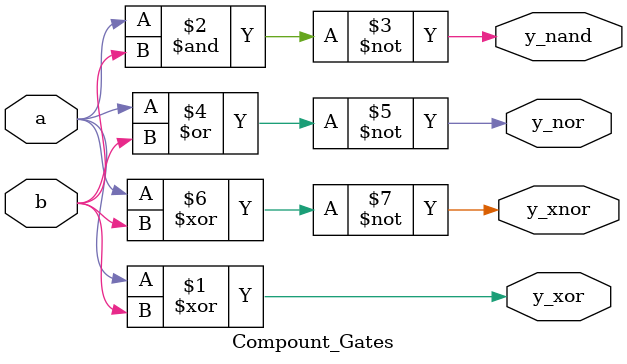
<source format=v>
module Compount_Gates (
	input a, b,
	output	y_xor,
				y_nand,
				y_nor,
				y_xnor
);

assign y_xor = a ^ b;
assign y_nand = ~(a & b);
assign y_nor = ~(a | b);
assign y_xnor = ~(a ^ b);

endmodule
</source>
